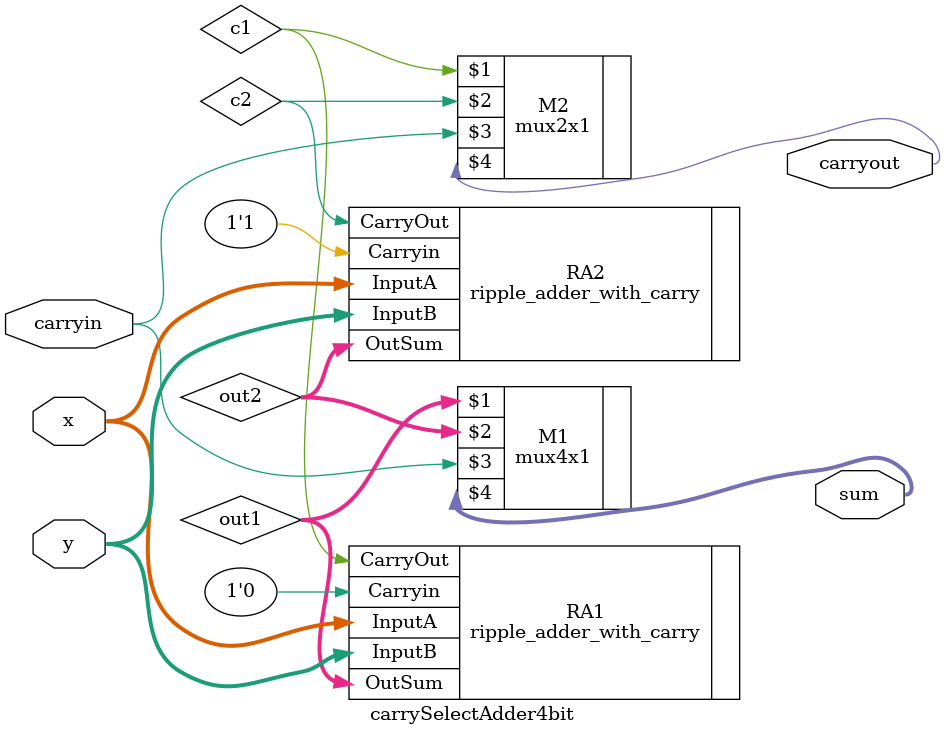
<source format=v>
`include "mux2x1.v"
`include "mux4x1.v"
`include "ripple_adder_with_carry.v"
module carrySelectAdder4bit (input [3:0] x, input [3:0] y, input carryin, output [3:0] sum, output carryout);

wire [3:0] out1;
wire c1;
wire [3:0] out2;
wire c2;

ripple_adder_with_carry #(4) RA1 (.InputA(x),.InputB(y),.Carryin(1'b0),.OutSum(out1),.CarryOut(c1));
ripple_adder_with_carry #(4) RA2 (.InputA(x),.InputB(y),.Carryin(1'b1),.OutSum(out2),.CarryOut(c2));
//ripple_adder_with_carry #(4) RA2 (x,y,1,out2,c2);

mux4x1 M1 (out1, out2, carryin, sum);
mux2x1 M2 (c1, c2, carryin, carryout);


endmodule
</source>
